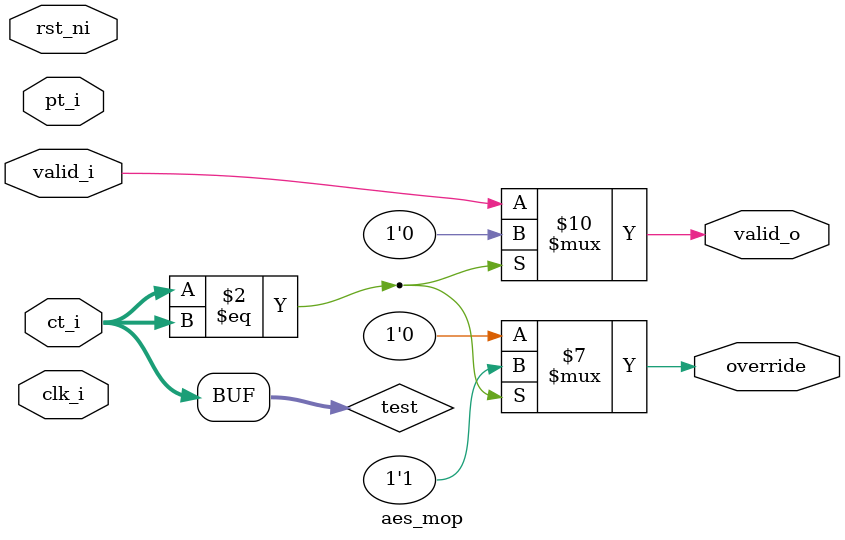
<source format=sv>
module aes_mop(
    clk_i,
    rst_ni,
    pt_i,
    ct_i,
    valid_i,
    valid_o,
    override
);
    input  logic                   clk_i;
    input  logic                   rst_ni;
    input  logic    [127:0]         pt_i;
    input  logic    [127:0]         ct_i;
    input  logic                    valid_i;
    output  logic                   valid_o;
    output logic                    override;

  logic     alarm;
  logic    [127:0]         test;
  assign  test = ct_i;
always@(*)begin
    if(test == ct_i)begin
        valid_o = 0;
        override = 1;
        alarm = 1;
    end
    else begin
        alarm = 0;
        override = 0;
        valid_o = valid_i;
    end
end
endmodule
</source>
